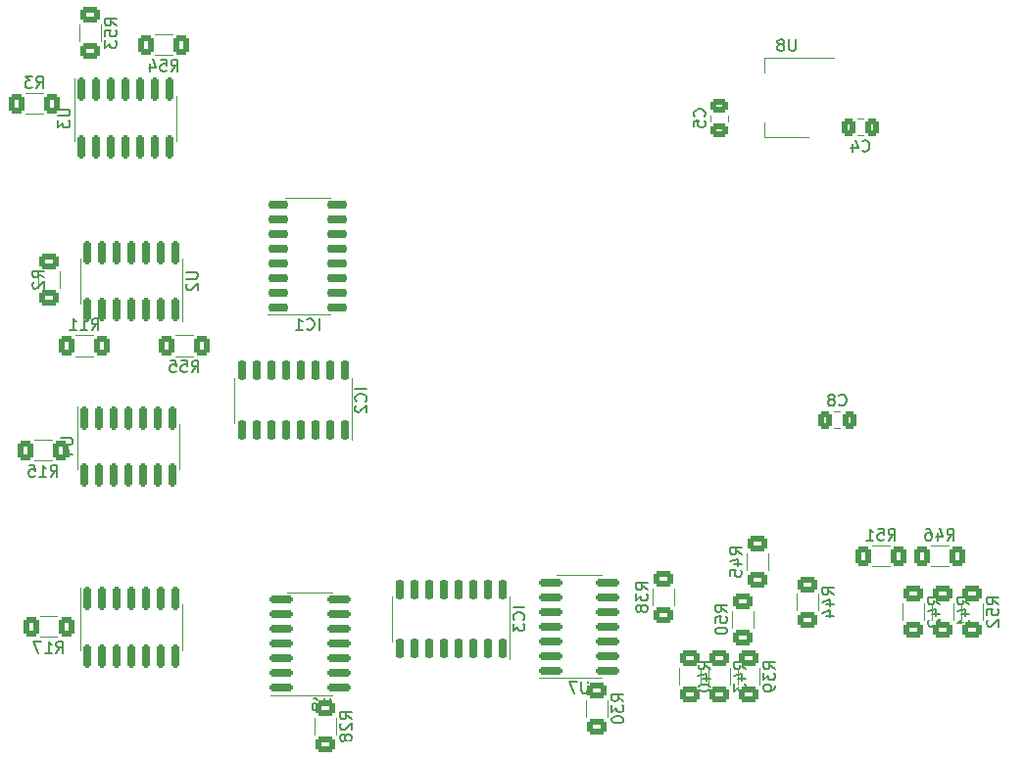
<source format=gbo>
%TF.GenerationSoftware,KiCad,Pcbnew,7.0.1*%
%TF.CreationDate,2023-04-28T23:02:29+02:00*%
%TF.ProjectId,Hexapod_Hardware,48657861-706f-4645-9f48-617264776172,rev?*%
%TF.SameCoordinates,Original*%
%TF.FileFunction,Legend,Bot*%
%TF.FilePolarity,Positive*%
%FSLAX46Y46*%
G04 Gerber Fmt 4.6, Leading zero omitted, Abs format (unit mm)*
G04 Created by KiCad (PCBNEW 7.0.1) date 2023-04-28 23:02:29*
%MOMM*%
%LPD*%
G01*
G04 APERTURE LIST*
G04 Aperture macros list*
%AMRoundRect*
0 Rectangle with rounded corners*
0 $1 Rounding radius*
0 $2 $3 $4 $5 $6 $7 $8 $9 X,Y pos of 4 corners*
0 Add a 4 corners polygon primitive as box body*
4,1,4,$2,$3,$4,$5,$6,$7,$8,$9,$2,$3,0*
0 Add four circle primitives for the rounded corners*
1,1,$1+$1,$2,$3*
1,1,$1+$1,$4,$5*
1,1,$1+$1,$6,$7*
1,1,$1+$1,$8,$9*
0 Add four rect primitives between the rounded corners*
20,1,$1+$1,$2,$3,$4,$5,0*
20,1,$1+$1,$4,$5,$6,$7,0*
20,1,$1+$1,$6,$7,$8,$9,0*
20,1,$1+$1,$8,$9,$2,$3,0*%
G04 Aperture macros list end*
%ADD10C,0.150000*%
%ADD11C,0.120000*%
%ADD12R,1.700000X1.700000*%
%ADD13O,1.700000X1.700000*%
%ADD14R,1.980000X3.960000*%
%ADD15O,1.980000X3.960000*%
%ADD16R,1.000000X1.000000*%
%ADD17O,1.000000X1.000000*%
%ADD18O,1.800000X1.800000*%
%ADD19O,1.500000X1.500000*%
%ADD20RoundRect,0.150000X-0.825000X-0.150000X0.825000X-0.150000X0.825000X0.150000X-0.825000X0.150000X0*%
%ADD21R,2.000000X1.500000*%
%ADD22R,2.000000X3.800000*%
%ADD23RoundRect,0.250000X-0.400000X-0.625000X0.400000X-0.625000X0.400000X0.625000X-0.400000X0.625000X0*%
%ADD24RoundRect,0.150000X-0.725000X-0.150000X0.725000X-0.150000X0.725000X0.150000X-0.725000X0.150000X0*%
%ADD25RoundRect,0.250000X-0.625000X0.400000X-0.625000X-0.400000X0.625000X-0.400000X0.625000X0.400000X0*%
%ADD26RoundRect,0.250000X0.625000X-0.400000X0.625000X0.400000X-0.625000X0.400000X-0.625000X-0.400000X0*%
%ADD27RoundRect,0.250000X0.400000X0.625000X-0.400000X0.625000X-0.400000X-0.625000X0.400000X-0.625000X0*%
%ADD28RoundRect,0.150000X-0.150000X0.825000X-0.150000X-0.825000X0.150000X-0.825000X0.150000X0.825000X0*%
%ADD29RoundRect,0.250000X-0.337500X-0.475000X0.337500X-0.475000X0.337500X0.475000X-0.337500X0.475000X0*%
%ADD30RoundRect,0.150000X0.150000X-0.725000X0.150000X0.725000X-0.150000X0.725000X-0.150000X-0.725000X0*%
%ADD31RoundRect,0.250000X-0.475000X0.337500X-0.475000X-0.337500X0.475000X-0.337500X0.475000X0.337500X0*%
%ADD32RoundRect,0.150000X0.150000X-0.825000X0.150000X0.825000X-0.150000X0.825000X-0.150000X-0.825000X0*%
%ADD33RoundRect,0.250000X0.337500X0.475000X-0.337500X0.475000X-0.337500X-0.475000X0.337500X-0.475000X0*%
G04 APERTURE END LIST*
D10*
%TO.C,U7*%
X114364904Y-107358619D02*
X114364904Y-108168142D01*
X114364904Y-108168142D02*
X114317285Y-108263380D01*
X114317285Y-108263380D02*
X114269666Y-108311000D01*
X114269666Y-108311000D02*
X114174428Y-108358619D01*
X114174428Y-108358619D02*
X113983952Y-108358619D01*
X113983952Y-108358619D02*
X113888714Y-108311000D01*
X113888714Y-108311000D02*
X113841095Y-108263380D01*
X113841095Y-108263380D02*
X113793476Y-108168142D01*
X113793476Y-108168142D02*
X113793476Y-107358619D01*
X113412523Y-107358619D02*
X112745857Y-107358619D01*
X112745857Y-107358619D02*
X113174428Y-108358619D01*
%TO.C,U8*%
X132333904Y-51858619D02*
X132333904Y-52668142D01*
X132333904Y-52668142D02*
X132286285Y-52763380D01*
X132286285Y-52763380D02*
X132238666Y-52811000D01*
X132238666Y-52811000D02*
X132143428Y-52858619D01*
X132143428Y-52858619D02*
X131952952Y-52858619D01*
X131952952Y-52858619D02*
X131857714Y-52811000D01*
X131857714Y-52811000D02*
X131810095Y-52763380D01*
X131810095Y-52763380D02*
X131762476Y-52668142D01*
X131762476Y-52668142D02*
X131762476Y-51858619D01*
X131143428Y-52287190D02*
X131238666Y-52239571D01*
X131238666Y-52239571D02*
X131286285Y-52191952D01*
X131286285Y-52191952D02*
X131333904Y-52096714D01*
X131333904Y-52096714D02*
X131333904Y-52049095D01*
X131333904Y-52049095D02*
X131286285Y-51953857D01*
X131286285Y-51953857D02*
X131238666Y-51906238D01*
X131238666Y-51906238D02*
X131143428Y-51858619D01*
X131143428Y-51858619D02*
X130952952Y-51858619D01*
X130952952Y-51858619D02*
X130857714Y-51906238D01*
X130857714Y-51906238D02*
X130810095Y-51953857D01*
X130810095Y-51953857D02*
X130762476Y-52049095D01*
X130762476Y-52049095D02*
X130762476Y-52096714D01*
X130762476Y-52096714D02*
X130810095Y-52191952D01*
X130810095Y-52191952D02*
X130857714Y-52239571D01*
X130857714Y-52239571D02*
X130952952Y-52287190D01*
X130952952Y-52287190D02*
X131143428Y-52287190D01*
X131143428Y-52287190D02*
X131238666Y-52334809D01*
X131238666Y-52334809D02*
X131286285Y-52382428D01*
X131286285Y-52382428D02*
X131333904Y-52477666D01*
X131333904Y-52477666D02*
X131333904Y-52668142D01*
X131333904Y-52668142D02*
X131286285Y-52763380D01*
X131286285Y-52763380D02*
X131238666Y-52811000D01*
X131238666Y-52811000D02*
X131143428Y-52858619D01*
X131143428Y-52858619D02*
X130952952Y-52858619D01*
X130952952Y-52858619D02*
X130857714Y-52811000D01*
X130857714Y-52811000D02*
X130810095Y-52763380D01*
X130810095Y-52763380D02*
X130762476Y-52668142D01*
X130762476Y-52668142D02*
X130762476Y-52477666D01*
X130762476Y-52477666D02*
X130810095Y-52382428D01*
X130810095Y-52382428D02*
X130857714Y-52334809D01*
X130857714Y-52334809D02*
X130952952Y-52287190D01*
%TO.C,R55*%
X80144857Y-80609119D02*
X80478190Y-80132928D01*
X80716285Y-80609119D02*
X80716285Y-79609119D01*
X80716285Y-79609119D02*
X80335333Y-79609119D01*
X80335333Y-79609119D02*
X80240095Y-79656738D01*
X80240095Y-79656738D02*
X80192476Y-79704357D01*
X80192476Y-79704357D02*
X80144857Y-79799595D01*
X80144857Y-79799595D02*
X80144857Y-79942452D01*
X80144857Y-79942452D02*
X80192476Y-80037690D01*
X80192476Y-80037690D02*
X80240095Y-80085309D01*
X80240095Y-80085309D02*
X80335333Y-80132928D01*
X80335333Y-80132928D02*
X80716285Y-80132928D01*
X79240095Y-79609119D02*
X79716285Y-79609119D01*
X79716285Y-79609119D02*
X79763904Y-80085309D01*
X79763904Y-80085309D02*
X79716285Y-80037690D01*
X79716285Y-80037690D02*
X79621047Y-79990071D01*
X79621047Y-79990071D02*
X79382952Y-79990071D01*
X79382952Y-79990071D02*
X79287714Y-80037690D01*
X79287714Y-80037690D02*
X79240095Y-80085309D01*
X79240095Y-80085309D02*
X79192476Y-80180547D01*
X79192476Y-80180547D02*
X79192476Y-80418642D01*
X79192476Y-80418642D02*
X79240095Y-80513880D01*
X79240095Y-80513880D02*
X79287714Y-80561500D01*
X79287714Y-80561500D02*
X79382952Y-80609119D01*
X79382952Y-80609119D02*
X79621047Y-80609119D01*
X79621047Y-80609119D02*
X79716285Y-80561500D01*
X79716285Y-80561500D02*
X79763904Y-80513880D01*
X78287714Y-79609119D02*
X78763904Y-79609119D01*
X78763904Y-79609119D02*
X78811523Y-80085309D01*
X78811523Y-80085309D02*
X78763904Y-80037690D01*
X78763904Y-80037690D02*
X78668666Y-79990071D01*
X78668666Y-79990071D02*
X78430571Y-79990071D01*
X78430571Y-79990071D02*
X78335333Y-80037690D01*
X78335333Y-80037690D02*
X78287714Y-80085309D01*
X78287714Y-80085309D02*
X78240095Y-80180547D01*
X78240095Y-80180547D02*
X78240095Y-80418642D01*
X78240095Y-80418642D02*
X78287714Y-80513880D01*
X78287714Y-80513880D02*
X78335333Y-80561500D01*
X78335333Y-80561500D02*
X78430571Y-80609119D01*
X78430571Y-80609119D02*
X78668666Y-80609119D01*
X78668666Y-80609119D02*
X78763904Y-80561500D01*
X78763904Y-80561500D02*
X78811523Y-80513880D01*
%TO.C,IC1*%
X91146189Y-76974619D02*
X91146189Y-75974619D01*
X90098571Y-76879380D02*
X90146190Y-76927000D01*
X90146190Y-76927000D02*
X90289047Y-76974619D01*
X90289047Y-76974619D02*
X90384285Y-76974619D01*
X90384285Y-76974619D02*
X90527142Y-76927000D01*
X90527142Y-76927000D02*
X90622380Y-76831761D01*
X90622380Y-76831761D02*
X90669999Y-76736523D01*
X90669999Y-76736523D02*
X90717618Y-76546047D01*
X90717618Y-76546047D02*
X90717618Y-76403190D01*
X90717618Y-76403190D02*
X90669999Y-76212714D01*
X90669999Y-76212714D02*
X90622380Y-76117476D01*
X90622380Y-76117476D02*
X90527142Y-76022238D01*
X90527142Y-76022238D02*
X90384285Y-75974619D01*
X90384285Y-75974619D02*
X90289047Y-75974619D01*
X90289047Y-75974619D02*
X90146190Y-76022238D01*
X90146190Y-76022238D02*
X90098571Y-76069857D01*
X89146190Y-76974619D02*
X89717618Y-76974619D01*
X89431904Y-76974619D02*
X89431904Y-75974619D01*
X89431904Y-75974619D02*
X89527142Y-76117476D01*
X89527142Y-76117476D02*
X89622380Y-76212714D01*
X89622380Y-76212714D02*
X89717618Y-76260333D01*
%TO.C,R2*%
X67370619Y-72451333D02*
X66894428Y-72118000D01*
X67370619Y-71879905D02*
X66370619Y-71879905D01*
X66370619Y-71879905D02*
X66370619Y-72260857D01*
X66370619Y-72260857D02*
X66418238Y-72356095D01*
X66418238Y-72356095D02*
X66465857Y-72403714D01*
X66465857Y-72403714D02*
X66561095Y-72451333D01*
X66561095Y-72451333D02*
X66703952Y-72451333D01*
X66703952Y-72451333D02*
X66799190Y-72403714D01*
X66799190Y-72403714D02*
X66846809Y-72356095D01*
X66846809Y-72356095D02*
X66894428Y-72260857D01*
X66894428Y-72260857D02*
X66894428Y-71879905D01*
X66465857Y-72832286D02*
X66418238Y-72879905D01*
X66418238Y-72879905D02*
X66370619Y-72975143D01*
X66370619Y-72975143D02*
X66370619Y-73213238D01*
X66370619Y-73213238D02*
X66418238Y-73308476D01*
X66418238Y-73308476D02*
X66465857Y-73356095D01*
X66465857Y-73356095D02*
X66561095Y-73403714D01*
X66561095Y-73403714D02*
X66656333Y-73403714D01*
X66656333Y-73403714D02*
X66799190Y-73356095D01*
X66799190Y-73356095D02*
X67370619Y-72784667D01*
X67370619Y-72784667D02*
X67370619Y-73403714D01*
%TO.C,R41*%
X147316619Y-100703142D02*
X146840428Y-100369809D01*
X147316619Y-100131714D02*
X146316619Y-100131714D01*
X146316619Y-100131714D02*
X146316619Y-100512666D01*
X146316619Y-100512666D02*
X146364238Y-100607904D01*
X146364238Y-100607904D02*
X146411857Y-100655523D01*
X146411857Y-100655523D02*
X146507095Y-100703142D01*
X146507095Y-100703142D02*
X146649952Y-100703142D01*
X146649952Y-100703142D02*
X146745190Y-100655523D01*
X146745190Y-100655523D02*
X146792809Y-100607904D01*
X146792809Y-100607904D02*
X146840428Y-100512666D01*
X146840428Y-100512666D02*
X146840428Y-100131714D01*
X146649952Y-101560285D02*
X147316619Y-101560285D01*
X146269000Y-101322190D02*
X146983285Y-101084095D01*
X146983285Y-101084095D02*
X146983285Y-101703142D01*
X147316619Y-102607904D02*
X147316619Y-102036476D01*
X147316619Y-102322190D02*
X146316619Y-102322190D01*
X146316619Y-102322190D02*
X146459476Y-102226952D01*
X146459476Y-102226952D02*
X146554714Y-102131714D01*
X146554714Y-102131714D02*
X146602333Y-102036476D01*
%TO.C,R53*%
X73656619Y-50665142D02*
X73180428Y-50331809D01*
X73656619Y-50093714D02*
X72656619Y-50093714D01*
X72656619Y-50093714D02*
X72656619Y-50474666D01*
X72656619Y-50474666D02*
X72704238Y-50569904D01*
X72704238Y-50569904D02*
X72751857Y-50617523D01*
X72751857Y-50617523D02*
X72847095Y-50665142D01*
X72847095Y-50665142D02*
X72989952Y-50665142D01*
X72989952Y-50665142D02*
X73085190Y-50617523D01*
X73085190Y-50617523D02*
X73132809Y-50569904D01*
X73132809Y-50569904D02*
X73180428Y-50474666D01*
X73180428Y-50474666D02*
X73180428Y-50093714D01*
X72656619Y-51569904D02*
X72656619Y-51093714D01*
X72656619Y-51093714D02*
X73132809Y-51046095D01*
X73132809Y-51046095D02*
X73085190Y-51093714D01*
X73085190Y-51093714D02*
X73037571Y-51188952D01*
X73037571Y-51188952D02*
X73037571Y-51427047D01*
X73037571Y-51427047D02*
X73085190Y-51522285D01*
X73085190Y-51522285D02*
X73132809Y-51569904D01*
X73132809Y-51569904D02*
X73228047Y-51617523D01*
X73228047Y-51617523D02*
X73466142Y-51617523D01*
X73466142Y-51617523D02*
X73561380Y-51569904D01*
X73561380Y-51569904D02*
X73609000Y-51522285D01*
X73609000Y-51522285D02*
X73656619Y-51427047D01*
X73656619Y-51427047D02*
X73656619Y-51188952D01*
X73656619Y-51188952D02*
X73609000Y-51093714D01*
X73609000Y-51093714D02*
X73561380Y-51046095D01*
X72656619Y-51950857D02*
X72656619Y-52569904D01*
X72656619Y-52569904D02*
X73037571Y-52236571D01*
X73037571Y-52236571D02*
X73037571Y-52379428D01*
X73037571Y-52379428D02*
X73085190Y-52474666D01*
X73085190Y-52474666D02*
X73132809Y-52522285D01*
X73132809Y-52522285D02*
X73228047Y-52569904D01*
X73228047Y-52569904D02*
X73466142Y-52569904D01*
X73466142Y-52569904D02*
X73561380Y-52522285D01*
X73561380Y-52522285D02*
X73609000Y-52474666D01*
X73609000Y-52474666D02*
X73656619Y-52379428D01*
X73656619Y-52379428D02*
X73656619Y-52093714D01*
X73656619Y-52093714D02*
X73609000Y-51998476D01*
X73609000Y-51998476D02*
X73561380Y-51950857D01*
%TO.C,R30*%
X117442119Y-109052642D02*
X116965928Y-108719309D01*
X117442119Y-108481214D02*
X116442119Y-108481214D01*
X116442119Y-108481214D02*
X116442119Y-108862166D01*
X116442119Y-108862166D02*
X116489738Y-108957404D01*
X116489738Y-108957404D02*
X116537357Y-109005023D01*
X116537357Y-109005023D02*
X116632595Y-109052642D01*
X116632595Y-109052642D02*
X116775452Y-109052642D01*
X116775452Y-109052642D02*
X116870690Y-109005023D01*
X116870690Y-109005023D02*
X116918309Y-108957404D01*
X116918309Y-108957404D02*
X116965928Y-108862166D01*
X116965928Y-108862166D02*
X116965928Y-108481214D01*
X116442119Y-109385976D02*
X116442119Y-110005023D01*
X116442119Y-110005023D02*
X116823071Y-109671690D01*
X116823071Y-109671690D02*
X116823071Y-109814547D01*
X116823071Y-109814547D02*
X116870690Y-109909785D01*
X116870690Y-109909785D02*
X116918309Y-109957404D01*
X116918309Y-109957404D02*
X117013547Y-110005023D01*
X117013547Y-110005023D02*
X117251642Y-110005023D01*
X117251642Y-110005023D02*
X117346880Y-109957404D01*
X117346880Y-109957404D02*
X117394500Y-109909785D01*
X117394500Y-109909785D02*
X117442119Y-109814547D01*
X117442119Y-109814547D02*
X117442119Y-109528833D01*
X117442119Y-109528833D02*
X117394500Y-109433595D01*
X117394500Y-109433595D02*
X117346880Y-109385976D01*
X116442119Y-110624071D02*
X116442119Y-110719309D01*
X116442119Y-110719309D02*
X116489738Y-110814547D01*
X116489738Y-110814547D02*
X116537357Y-110862166D01*
X116537357Y-110862166D02*
X116632595Y-110909785D01*
X116632595Y-110909785D02*
X116823071Y-110957404D01*
X116823071Y-110957404D02*
X117061166Y-110957404D01*
X117061166Y-110957404D02*
X117251642Y-110909785D01*
X117251642Y-110909785D02*
X117346880Y-110862166D01*
X117346880Y-110862166D02*
X117394500Y-110814547D01*
X117394500Y-110814547D02*
X117442119Y-110719309D01*
X117442119Y-110719309D02*
X117442119Y-110624071D01*
X117442119Y-110624071D02*
X117394500Y-110528833D01*
X117394500Y-110528833D02*
X117346880Y-110481214D01*
X117346880Y-110481214D02*
X117251642Y-110433595D01*
X117251642Y-110433595D02*
X117061166Y-110385976D01*
X117061166Y-110385976D02*
X116823071Y-110385976D01*
X116823071Y-110385976D02*
X116632595Y-110433595D01*
X116632595Y-110433595D02*
X116537357Y-110481214D01*
X116537357Y-110481214D02*
X116489738Y-110528833D01*
X116489738Y-110528833D02*
X116442119Y-110624071D01*
%TO.C,R51*%
X140342857Y-95162619D02*
X140676190Y-94686428D01*
X140914285Y-95162619D02*
X140914285Y-94162619D01*
X140914285Y-94162619D02*
X140533333Y-94162619D01*
X140533333Y-94162619D02*
X140438095Y-94210238D01*
X140438095Y-94210238D02*
X140390476Y-94257857D01*
X140390476Y-94257857D02*
X140342857Y-94353095D01*
X140342857Y-94353095D02*
X140342857Y-94495952D01*
X140342857Y-94495952D02*
X140390476Y-94591190D01*
X140390476Y-94591190D02*
X140438095Y-94638809D01*
X140438095Y-94638809D02*
X140533333Y-94686428D01*
X140533333Y-94686428D02*
X140914285Y-94686428D01*
X139438095Y-94162619D02*
X139914285Y-94162619D01*
X139914285Y-94162619D02*
X139961904Y-94638809D01*
X139961904Y-94638809D02*
X139914285Y-94591190D01*
X139914285Y-94591190D02*
X139819047Y-94543571D01*
X139819047Y-94543571D02*
X139580952Y-94543571D01*
X139580952Y-94543571D02*
X139485714Y-94591190D01*
X139485714Y-94591190D02*
X139438095Y-94638809D01*
X139438095Y-94638809D02*
X139390476Y-94734047D01*
X139390476Y-94734047D02*
X139390476Y-94972142D01*
X139390476Y-94972142D02*
X139438095Y-95067380D01*
X139438095Y-95067380D02*
X139485714Y-95115000D01*
X139485714Y-95115000D02*
X139580952Y-95162619D01*
X139580952Y-95162619D02*
X139819047Y-95162619D01*
X139819047Y-95162619D02*
X139914285Y-95115000D01*
X139914285Y-95115000D02*
X139961904Y-95067380D01*
X138438095Y-95162619D02*
X139009523Y-95162619D01*
X138723809Y-95162619D02*
X138723809Y-94162619D01*
X138723809Y-94162619D02*
X138819047Y-94305476D01*
X138819047Y-94305476D02*
X138914285Y-94400714D01*
X138914285Y-94400714D02*
X139009523Y-94448333D01*
%TO.C,R54*%
X78366857Y-54606619D02*
X78700190Y-54130428D01*
X78938285Y-54606619D02*
X78938285Y-53606619D01*
X78938285Y-53606619D02*
X78557333Y-53606619D01*
X78557333Y-53606619D02*
X78462095Y-53654238D01*
X78462095Y-53654238D02*
X78414476Y-53701857D01*
X78414476Y-53701857D02*
X78366857Y-53797095D01*
X78366857Y-53797095D02*
X78366857Y-53939952D01*
X78366857Y-53939952D02*
X78414476Y-54035190D01*
X78414476Y-54035190D02*
X78462095Y-54082809D01*
X78462095Y-54082809D02*
X78557333Y-54130428D01*
X78557333Y-54130428D02*
X78938285Y-54130428D01*
X77462095Y-53606619D02*
X77938285Y-53606619D01*
X77938285Y-53606619D02*
X77985904Y-54082809D01*
X77985904Y-54082809D02*
X77938285Y-54035190D01*
X77938285Y-54035190D02*
X77843047Y-53987571D01*
X77843047Y-53987571D02*
X77604952Y-53987571D01*
X77604952Y-53987571D02*
X77509714Y-54035190D01*
X77509714Y-54035190D02*
X77462095Y-54082809D01*
X77462095Y-54082809D02*
X77414476Y-54178047D01*
X77414476Y-54178047D02*
X77414476Y-54416142D01*
X77414476Y-54416142D02*
X77462095Y-54511380D01*
X77462095Y-54511380D02*
X77509714Y-54559000D01*
X77509714Y-54559000D02*
X77604952Y-54606619D01*
X77604952Y-54606619D02*
X77843047Y-54606619D01*
X77843047Y-54606619D02*
X77938285Y-54559000D01*
X77938285Y-54559000D02*
X77985904Y-54511380D01*
X76557333Y-53939952D02*
X76557333Y-54606619D01*
X76795428Y-53559000D02*
X77033523Y-54273285D01*
X77033523Y-54273285D02*
X76414476Y-54273285D01*
%TO.C,R40*%
X124922619Y-106291142D02*
X124446428Y-105957809D01*
X124922619Y-105719714D02*
X123922619Y-105719714D01*
X123922619Y-105719714D02*
X123922619Y-106100666D01*
X123922619Y-106100666D02*
X123970238Y-106195904D01*
X123970238Y-106195904D02*
X124017857Y-106243523D01*
X124017857Y-106243523D02*
X124113095Y-106291142D01*
X124113095Y-106291142D02*
X124255952Y-106291142D01*
X124255952Y-106291142D02*
X124351190Y-106243523D01*
X124351190Y-106243523D02*
X124398809Y-106195904D01*
X124398809Y-106195904D02*
X124446428Y-106100666D01*
X124446428Y-106100666D02*
X124446428Y-105719714D01*
X124255952Y-107148285D02*
X124922619Y-107148285D01*
X123875000Y-106910190D02*
X124589285Y-106672095D01*
X124589285Y-106672095D02*
X124589285Y-107291142D01*
X123922619Y-107862571D02*
X123922619Y-107957809D01*
X123922619Y-107957809D02*
X123970238Y-108053047D01*
X123970238Y-108053047D02*
X124017857Y-108100666D01*
X124017857Y-108100666D02*
X124113095Y-108148285D01*
X124113095Y-108148285D02*
X124303571Y-108195904D01*
X124303571Y-108195904D02*
X124541666Y-108195904D01*
X124541666Y-108195904D02*
X124732142Y-108148285D01*
X124732142Y-108148285D02*
X124827380Y-108100666D01*
X124827380Y-108100666D02*
X124875000Y-108053047D01*
X124875000Y-108053047D02*
X124922619Y-107957809D01*
X124922619Y-107957809D02*
X124922619Y-107862571D01*
X124922619Y-107862571D02*
X124875000Y-107767333D01*
X124875000Y-107767333D02*
X124827380Y-107719714D01*
X124827380Y-107719714D02*
X124732142Y-107672095D01*
X124732142Y-107672095D02*
X124541666Y-107624476D01*
X124541666Y-107624476D02*
X124303571Y-107624476D01*
X124303571Y-107624476D02*
X124113095Y-107672095D01*
X124113095Y-107672095D02*
X124017857Y-107719714D01*
X124017857Y-107719714D02*
X123970238Y-107767333D01*
X123970238Y-107767333D02*
X123922619Y-107862571D01*
%TO.C,U4*%
X68858619Y-86295095D02*
X69668142Y-86295095D01*
X69668142Y-86295095D02*
X69763380Y-86342714D01*
X69763380Y-86342714D02*
X69811000Y-86390333D01*
X69811000Y-86390333D02*
X69858619Y-86485571D01*
X69858619Y-86485571D02*
X69858619Y-86676047D01*
X69858619Y-86676047D02*
X69811000Y-86771285D01*
X69811000Y-86771285D02*
X69763380Y-86818904D01*
X69763380Y-86818904D02*
X69668142Y-86866523D01*
X69668142Y-86866523D02*
X68858619Y-86866523D01*
X69191952Y-87771285D02*
X69858619Y-87771285D01*
X68811000Y-87533190D02*
X69525285Y-87295095D01*
X69525285Y-87295095D02*
X69525285Y-87914142D01*
%TO.C,C4*%
X138088666Y-61483380D02*
X138136285Y-61531000D01*
X138136285Y-61531000D02*
X138279142Y-61578619D01*
X138279142Y-61578619D02*
X138374380Y-61578619D01*
X138374380Y-61578619D02*
X138517237Y-61531000D01*
X138517237Y-61531000D02*
X138612475Y-61435761D01*
X138612475Y-61435761D02*
X138660094Y-61340523D01*
X138660094Y-61340523D02*
X138707713Y-61150047D01*
X138707713Y-61150047D02*
X138707713Y-61007190D01*
X138707713Y-61007190D02*
X138660094Y-60816714D01*
X138660094Y-60816714D02*
X138612475Y-60721476D01*
X138612475Y-60721476D02*
X138517237Y-60626238D01*
X138517237Y-60626238D02*
X138374380Y-60578619D01*
X138374380Y-60578619D02*
X138279142Y-60578619D01*
X138279142Y-60578619D02*
X138136285Y-60626238D01*
X138136285Y-60626238D02*
X138088666Y-60673857D01*
X137231523Y-60911952D02*
X137231523Y-61578619D01*
X137469618Y-60531000D02*
X137707713Y-61245285D01*
X137707713Y-61245285D02*
X137088666Y-61245285D01*
%TO.C,IC3*%
X108909619Y-100979810D02*
X107909619Y-100979810D01*
X108814380Y-102027428D02*
X108862000Y-101979809D01*
X108862000Y-101979809D02*
X108909619Y-101836952D01*
X108909619Y-101836952D02*
X108909619Y-101741714D01*
X108909619Y-101741714D02*
X108862000Y-101598857D01*
X108862000Y-101598857D02*
X108766761Y-101503619D01*
X108766761Y-101503619D02*
X108671523Y-101456000D01*
X108671523Y-101456000D02*
X108481047Y-101408381D01*
X108481047Y-101408381D02*
X108338190Y-101408381D01*
X108338190Y-101408381D02*
X108147714Y-101456000D01*
X108147714Y-101456000D02*
X108052476Y-101503619D01*
X108052476Y-101503619D02*
X107957238Y-101598857D01*
X107957238Y-101598857D02*
X107909619Y-101741714D01*
X107909619Y-101741714D02*
X107909619Y-101836952D01*
X107909619Y-101836952D02*
X107957238Y-101979809D01*
X107957238Y-101979809D02*
X108004857Y-102027428D01*
X107909619Y-102360762D02*
X107909619Y-102979809D01*
X107909619Y-102979809D02*
X108290571Y-102646476D01*
X108290571Y-102646476D02*
X108290571Y-102789333D01*
X108290571Y-102789333D02*
X108338190Y-102884571D01*
X108338190Y-102884571D02*
X108385809Y-102932190D01*
X108385809Y-102932190D02*
X108481047Y-102979809D01*
X108481047Y-102979809D02*
X108719142Y-102979809D01*
X108719142Y-102979809D02*
X108814380Y-102932190D01*
X108814380Y-102932190D02*
X108862000Y-102884571D01*
X108862000Y-102884571D02*
X108909619Y-102789333D01*
X108909619Y-102789333D02*
X108909619Y-102503619D01*
X108909619Y-102503619D02*
X108862000Y-102408381D01*
X108862000Y-102408381D02*
X108814380Y-102360762D01*
%TO.C,R28*%
X93976619Y-110609142D02*
X93500428Y-110275809D01*
X93976619Y-110037714D02*
X92976619Y-110037714D01*
X92976619Y-110037714D02*
X92976619Y-110418666D01*
X92976619Y-110418666D02*
X93024238Y-110513904D01*
X93024238Y-110513904D02*
X93071857Y-110561523D01*
X93071857Y-110561523D02*
X93167095Y-110609142D01*
X93167095Y-110609142D02*
X93309952Y-110609142D01*
X93309952Y-110609142D02*
X93405190Y-110561523D01*
X93405190Y-110561523D02*
X93452809Y-110513904D01*
X93452809Y-110513904D02*
X93500428Y-110418666D01*
X93500428Y-110418666D02*
X93500428Y-110037714D01*
X93071857Y-110990095D02*
X93024238Y-111037714D01*
X93024238Y-111037714D02*
X92976619Y-111132952D01*
X92976619Y-111132952D02*
X92976619Y-111371047D01*
X92976619Y-111371047D02*
X93024238Y-111466285D01*
X93024238Y-111466285D02*
X93071857Y-111513904D01*
X93071857Y-111513904D02*
X93167095Y-111561523D01*
X93167095Y-111561523D02*
X93262333Y-111561523D01*
X93262333Y-111561523D02*
X93405190Y-111513904D01*
X93405190Y-111513904D02*
X93976619Y-110942476D01*
X93976619Y-110942476D02*
X93976619Y-111561523D01*
X93405190Y-112132952D02*
X93357571Y-112037714D01*
X93357571Y-112037714D02*
X93309952Y-111990095D01*
X93309952Y-111990095D02*
X93214714Y-111942476D01*
X93214714Y-111942476D02*
X93167095Y-111942476D01*
X93167095Y-111942476D02*
X93071857Y-111990095D01*
X93071857Y-111990095D02*
X93024238Y-112037714D01*
X93024238Y-112037714D02*
X92976619Y-112132952D01*
X92976619Y-112132952D02*
X92976619Y-112323428D01*
X92976619Y-112323428D02*
X93024238Y-112418666D01*
X93024238Y-112418666D02*
X93071857Y-112466285D01*
X93071857Y-112466285D02*
X93167095Y-112513904D01*
X93167095Y-112513904D02*
X93214714Y-112513904D01*
X93214714Y-112513904D02*
X93309952Y-112466285D01*
X93309952Y-112466285D02*
X93357571Y-112418666D01*
X93357571Y-112418666D02*
X93405190Y-112323428D01*
X93405190Y-112323428D02*
X93405190Y-112132952D01*
X93405190Y-112132952D02*
X93452809Y-112037714D01*
X93452809Y-112037714D02*
X93500428Y-111990095D01*
X93500428Y-111990095D02*
X93595666Y-111942476D01*
X93595666Y-111942476D02*
X93786142Y-111942476D01*
X93786142Y-111942476D02*
X93881380Y-111990095D01*
X93881380Y-111990095D02*
X93929000Y-112037714D01*
X93929000Y-112037714D02*
X93976619Y-112132952D01*
X93976619Y-112132952D02*
X93976619Y-112323428D01*
X93976619Y-112323428D02*
X93929000Y-112418666D01*
X93929000Y-112418666D02*
X93881380Y-112466285D01*
X93881380Y-112466285D02*
X93786142Y-112513904D01*
X93786142Y-112513904D02*
X93595666Y-112513904D01*
X93595666Y-112513904D02*
X93500428Y-112466285D01*
X93500428Y-112466285D02*
X93452809Y-112418666D01*
X93452809Y-112418666D02*
X93405190Y-112323428D01*
%TO.C,R50*%
X126404619Y-101361771D02*
X125928428Y-101028438D01*
X126404619Y-100790343D02*
X125404619Y-100790343D01*
X125404619Y-100790343D02*
X125404619Y-101171295D01*
X125404619Y-101171295D02*
X125452238Y-101266533D01*
X125452238Y-101266533D02*
X125499857Y-101314152D01*
X125499857Y-101314152D02*
X125595095Y-101361771D01*
X125595095Y-101361771D02*
X125737952Y-101361771D01*
X125737952Y-101361771D02*
X125833190Y-101314152D01*
X125833190Y-101314152D02*
X125880809Y-101266533D01*
X125880809Y-101266533D02*
X125928428Y-101171295D01*
X125928428Y-101171295D02*
X125928428Y-100790343D01*
X125404619Y-102266533D02*
X125404619Y-101790343D01*
X125404619Y-101790343D02*
X125880809Y-101742724D01*
X125880809Y-101742724D02*
X125833190Y-101790343D01*
X125833190Y-101790343D02*
X125785571Y-101885581D01*
X125785571Y-101885581D02*
X125785571Y-102123676D01*
X125785571Y-102123676D02*
X125833190Y-102218914D01*
X125833190Y-102218914D02*
X125880809Y-102266533D01*
X125880809Y-102266533D02*
X125976047Y-102314152D01*
X125976047Y-102314152D02*
X126214142Y-102314152D01*
X126214142Y-102314152D02*
X126309380Y-102266533D01*
X126309380Y-102266533D02*
X126357000Y-102218914D01*
X126357000Y-102218914D02*
X126404619Y-102123676D01*
X126404619Y-102123676D02*
X126404619Y-101885581D01*
X126404619Y-101885581D02*
X126357000Y-101790343D01*
X126357000Y-101790343D02*
X126309380Y-101742724D01*
X125404619Y-102933200D02*
X125404619Y-103028438D01*
X125404619Y-103028438D02*
X125452238Y-103123676D01*
X125452238Y-103123676D02*
X125499857Y-103171295D01*
X125499857Y-103171295D02*
X125595095Y-103218914D01*
X125595095Y-103218914D02*
X125785571Y-103266533D01*
X125785571Y-103266533D02*
X126023666Y-103266533D01*
X126023666Y-103266533D02*
X126214142Y-103218914D01*
X126214142Y-103218914D02*
X126309380Y-103171295D01*
X126309380Y-103171295D02*
X126357000Y-103123676D01*
X126357000Y-103123676D02*
X126404619Y-103028438D01*
X126404619Y-103028438D02*
X126404619Y-102933200D01*
X126404619Y-102933200D02*
X126357000Y-102837962D01*
X126357000Y-102837962D02*
X126309380Y-102790343D01*
X126309380Y-102790343D02*
X126214142Y-102742724D01*
X126214142Y-102742724D02*
X126023666Y-102695105D01*
X126023666Y-102695105D02*
X125785571Y-102695105D01*
X125785571Y-102695105D02*
X125595095Y-102742724D01*
X125595095Y-102742724D02*
X125499857Y-102790343D01*
X125499857Y-102790343D02*
X125452238Y-102837962D01*
X125452238Y-102837962D02*
X125404619Y-102933200D01*
%TO.C,R52*%
X149856619Y-100703142D02*
X149380428Y-100369809D01*
X149856619Y-100131714D02*
X148856619Y-100131714D01*
X148856619Y-100131714D02*
X148856619Y-100512666D01*
X148856619Y-100512666D02*
X148904238Y-100607904D01*
X148904238Y-100607904D02*
X148951857Y-100655523D01*
X148951857Y-100655523D02*
X149047095Y-100703142D01*
X149047095Y-100703142D02*
X149189952Y-100703142D01*
X149189952Y-100703142D02*
X149285190Y-100655523D01*
X149285190Y-100655523D02*
X149332809Y-100607904D01*
X149332809Y-100607904D02*
X149380428Y-100512666D01*
X149380428Y-100512666D02*
X149380428Y-100131714D01*
X148856619Y-101607904D02*
X148856619Y-101131714D01*
X148856619Y-101131714D02*
X149332809Y-101084095D01*
X149332809Y-101084095D02*
X149285190Y-101131714D01*
X149285190Y-101131714D02*
X149237571Y-101226952D01*
X149237571Y-101226952D02*
X149237571Y-101465047D01*
X149237571Y-101465047D02*
X149285190Y-101560285D01*
X149285190Y-101560285D02*
X149332809Y-101607904D01*
X149332809Y-101607904D02*
X149428047Y-101655523D01*
X149428047Y-101655523D02*
X149666142Y-101655523D01*
X149666142Y-101655523D02*
X149761380Y-101607904D01*
X149761380Y-101607904D02*
X149809000Y-101560285D01*
X149809000Y-101560285D02*
X149856619Y-101465047D01*
X149856619Y-101465047D02*
X149856619Y-101226952D01*
X149856619Y-101226952D02*
X149809000Y-101131714D01*
X149809000Y-101131714D02*
X149761380Y-101084095D01*
X148951857Y-102036476D02*
X148904238Y-102084095D01*
X148904238Y-102084095D02*
X148856619Y-102179333D01*
X148856619Y-102179333D02*
X148856619Y-102417428D01*
X148856619Y-102417428D02*
X148904238Y-102512666D01*
X148904238Y-102512666D02*
X148951857Y-102560285D01*
X148951857Y-102560285D02*
X149047095Y-102607904D01*
X149047095Y-102607904D02*
X149142333Y-102607904D01*
X149142333Y-102607904D02*
X149285190Y-102560285D01*
X149285190Y-102560285D02*
X149856619Y-101988857D01*
X149856619Y-101988857D02*
X149856619Y-102607904D01*
%TO.C,R15*%
X67952857Y-89658619D02*
X68286190Y-89182428D01*
X68524285Y-89658619D02*
X68524285Y-88658619D01*
X68524285Y-88658619D02*
X68143333Y-88658619D01*
X68143333Y-88658619D02*
X68048095Y-88706238D01*
X68048095Y-88706238D02*
X68000476Y-88753857D01*
X68000476Y-88753857D02*
X67952857Y-88849095D01*
X67952857Y-88849095D02*
X67952857Y-88991952D01*
X67952857Y-88991952D02*
X68000476Y-89087190D01*
X68000476Y-89087190D02*
X68048095Y-89134809D01*
X68048095Y-89134809D02*
X68143333Y-89182428D01*
X68143333Y-89182428D02*
X68524285Y-89182428D01*
X67000476Y-89658619D02*
X67571904Y-89658619D01*
X67286190Y-89658619D02*
X67286190Y-88658619D01*
X67286190Y-88658619D02*
X67381428Y-88801476D01*
X67381428Y-88801476D02*
X67476666Y-88896714D01*
X67476666Y-88896714D02*
X67571904Y-88944333D01*
X66095714Y-88658619D02*
X66571904Y-88658619D01*
X66571904Y-88658619D02*
X66619523Y-89134809D01*
X66619523Y-89134809D02*
X66571904Y-89087190D01*
X66571904Y-89087190D02*
X66476666Y-89039571D01*
X66476666Y-89039571D02*
X66238571Y-89039571D01*
X66238571Y-89039571D02*
X66143333Y-89087190D01*
X66143333Y-89087190D02*
X66095714Y-89134809D01*
X66095714Y-89134809D02*
X66048095Y-89230047D01*
X66048095Y-89230047D02*
X66048095Y-89468142D01*
X66048095Y-89468142D02*
X66095714Y-89563380D01*
X66095714Y-89563380D02*
X66143333Y-89611000D01*
X66143333Y-89611000D02*
X66238571Y-89658619D01*
X66238571Y-89658619D02*
X66476666Y-89658619D01*
X66476666Y-89658619D02*
X66571904Y-89611000D01*
X66571904Y-89611000D02*
X66619523Y-89563380D01*
%TO.C,R39*%
X130552619Y-106291142D02*
X130076428Y-105957809D01*
X130552619Y-105719714D02*
X129552619Y-105719714D01*
X129552619Y-105719714D02*
X129552619Y-106100666D01*
X129552619Y-106100666D02*
X129600238Y-106195904D01*
X129600238Y-106195904D02*
X129647857Y-106243523D01*
X129647857Y-106243523D02*
X129743095Y-106291142D01*
X129743095Y-106291142D02*
X129885952Y-106291142D01*
X129885952Y-106291142D02*
X129981190Y-106243523D01*
X129981190Y-106243523D02*
X130028809Y-106195904D01*
X130028809Y-106195904D02*
X130076428Y-106100666D01*
X130076428Y-106100666D02*
X130076428Y-105719714D01*
X129552619Y-106624476D02*
X129552619Y-107243523D01*
X129552619Y-107243523D02*
X129933571Y-106910190D01*
X129933571Y-106910190D02*
X129933571Y-107053047D01*
X129933571Y-107053047D02*
X129981190Y-107148285D01*
X129981190Y-107148285D02*
X130028809Y-107195904D01*
X130028809Y-107195904D02*
X130124047Y-107243523D01*
X130124047Y-107243523D02*
X130362142Y-107243523D01*
X130362142Y-107243523D02*
X130457380Y-107195904D01*
X130457380Y-107195904D02*
X130505000Y-107148285D01*
X130505000Y-107148285D02*
X130552619Y-107053047D01*
X130552619Y-107053047D02*
X130552619Y-106767333D01*
X130552619Y-106767333D02*
X130505000Y-106672095D01*
X130505000Y-106672095D02*
X130457380Y-106624476D01*
X130552619Y-107719714D02*
X130552619Y-107910190D01*
X130552619Y-107910190D02*
X130505000Y-108005428D01*
X130505000Y-108005428D02*
X130457380Y-108053047D01*
X130457380Y-108053047D02*
X130314523Y-108148285D01*
X130314523Y-108148285D02*
X130124047Y-108195904D01*
X130124047Y-108195904D02*
X129743095Y-108195904D01*
X129743095Y-108195904D02*
X129647857Y-108148285D01*
X129647857Y-108148285D02*
X129600238Y-108100666D01*
X129600238Y-108100666D02*
X129552619Y-108005428D01*
X129552619Y-108005428D02*
X129552619Y-107814952D01*
X129552619Y-107814952D02*
X129600238Y-107719714D01*
X129600238Y-107719714D02*
X129647857Y-107672095D01*
X129647857Y-107672095D02*
X129743095Y-107624476D01*
X129743095Y-107624476D02*
X129981190Y-107624476D01*
X129981190Y-107624476D02*
X130076428Y-107672095D01*
X130076428Y-107672095D02*
X130124047Y-107719714D01*
X130124047Y-107719714D02*
X130171666Y-107814952D01*
X130171666Y-107814952D02*
X130171666Y-108005428D01*
X130171666Y-108005428D02*
X130124047Y-108100666D01*
X130124047Y-108100666D02*
X130076428Y-108148285D01*
X130076428Y-108148285D02*
X129981190Y-108195904D01*
%TO.C,R45*%
X127674619Y-96385142D02*
X127198428Y-96051809D01*
X127674619Y-95813714D02*
X126674619Y-95813714D01*
X126674619Y-95813714D02*
X126674619Y-96194666D01*
X126674619Y-96194666D02*
X126722238Y-96289904D01*
X126722238Y-96289904D02*
X126769857Y-96337523D01*
X126769857Y-96337523D02*
X126865095Y-96385142D01*
X126865095Y-96385142D02*
X127007952Y-96385142D01*
X127007952Y-96385142D02*
X127103190Y-96337523D01*
X127103190Y-96337523D02*
X127150809Y-96289904D01*
X127150809Y-96289904D02*
X127198428Y-96194666D01*
X127198428Y-96194666D02*
X127198428Y-95813714D01*
X127007952Y-97242285D02*
X127674619Y-97242285D01*
X126627000Y-97004190D02*
X127341285Y-96766095D01*
X127341285Y-96766095D02*
X127341285Y-97385142D01*
X126674619Y-98242285D02*
X126674619Y-97766095D01*
X126674619Y-97766095D02*
X127150809Y-97718476D01*
X127150809Y-97718476D02*
X127103190Y-97766095D01*
X127103190Y-97766095D02*
X127055571Y-97861333D01*
X127055571Y-97861333D02*
X127055571Y-98099428D01*
X127055571Y-98099428D02*
X127103190Y-98194666D01*
X127103190Y-98194666D02*
X127150809Y-98242285D01*
X127150809Y-98242285D02*
X127246047Y-98289904D01*
X127246047Y-98289904D02*
X127484142Y-98289904D01*
X127484142Y-98289904D02*
X127579380Y-98242285D01*
X127579380Y-98242285D02*
X127627000Y-98194666D01*
X127627000Y-98194666D02*
X127674619Y-98099428D01*
X127674619Y-98099428D02*
X127674619Y-97861333D01*
X127674619Y-97861333D02*
X127627000Y-97766095D01*
X127627000Y-97766095D02*
X127579380Y-97718476D01*
%TO.C,C5*%
X124417380Y-58507333D02*
X124465000Y-58459714D01*
X124465000Y-58459714D02*
X124512619Y-58316857D01*
X124512619Y-58316857D02*
X124512619Y-58221619D01*
X124512619Y-58221619D02*
X124465000Y-58078762D01*
X124465000Y-58078762D02*
X124369761Y-57983524D01*
X124369761Y-57983524D02*
X124274523Y-57935905D01*
X124274523Y-57935905D02*
X124084047Y-57888286D01*
X124084047Y-57888286D02*
X123941190Y-57888286D01*
X123941190Y-57888286D02*
X123750714Y-57935905D01*
X123750714Y-57935905D02*
X123655476Y-57983524D01*
X123655476Y-57983524D02*
X123560238Y-58078762D01*
X123560238Y-58078762D02*
X123512619Y-58221619D01*
X123512619Y-58221619D02*
X123512619Y-58316857D01*
X123512619Y-58316857D02*
X123560238Y-58459714D01*
X123560238Y-58459714D02*
X123607857Y-58507333D01*
X123512619Y-59412095D02*
X123512619Y-58935905D01*
X123512619Y-58935905D02*
X123988809Y-58888286D01*
X123988809Y-58888286D02*
X123941190Y-58935905D01*
X123941190Y-58935905D02*
X123893571Y-59031143D01*
X123893571Y-59031143D02*
X123893571Y-59269238D01*
X123893571Y-59269238D02*
X123941190Y-59364476D01*
X123941190Y-59364476D02*
X123988809Y-59412095D01*
X123988809Y-59412095D02*
X124084047Y-59459714D01*
X124084047Y-59459714D02*
X124322142Y-59459714D01*
X124322142Y-59459714D02*
X124417380Y-59412095D01*
X124417380Y-59412095D02*
X124465000Y-59364476D01*
X124465000Y-59364476D02*
X124512619Y-59269238D01*
X124512619Y-59269238D02*
X124512619Y-59031143D01*
X124512619Y-59031143D02*
X124465000Y-58935905D01*
X124465000Y-58935905D02*
X124417380Y-58888286D01*
%TO.C,R11*%
X71508857Y-76969119D02*
X71842190Y-76492928D01*
X72080285Y-76969119D02*
X72080285Y-75969119D01*
X72080285Y-75969119D02*
X71699333Y-75969119D01*
X71699333Y-75969119D02*
X71604095Y-76016738D01*
X71604095Y-76016738D02*
X71556476Y-76064357D01*
X71556476Y-76064357D02*
X71508857Y-76159595D01*
X71508857Y-76159595D02*
X71508857Y-76302452D01*
X71508857Y-76302452D02*
X71556476Y-76397690D01*
X71556476Y-76397690D02*
X71604095Y-76445309D01*
X71604095Y-76445309D02*
X71699333Y-76492928D01*
X71699333Y-76492928D02*
X72080285Y-76492928D01*
X70556476Y-76969119D02*
X71127904Y-76969119D01*
X70842190Y-76969119D02*
X70842190Y-75969119D01*
X70842190Y-75969119D02*
X70937428Y-76111976D01*
X70937428Y-76111976D02*
X71032666Y-76207214D01*
X71032666Y-76207214D02*
X71127904Y-76254833D01*
X69604095Y-76969119D02*
X70175523Y-76969119D01*
X69889809Y-76969119D02*
X69889809Y-75969119D01*
X69889809Y-75969119D02*
X69985047Y-76111976D01*
X69985047Y-76111976D02*
X70080285Y-76207214D01*
X70080285Y-76207214D02*
X70175523Y-76254833D01*
%TO.C,R38*%
X119546619Y-99433142D02*
X119070428Y-99099809D01*
X119546619Y-98861714D02*
X118546619Y-98861714D01*
X118546619Y-98861714D02*
X118546619Y-99242666D01*
X118546619Y-99242666D02*
X118594238Y-99337904D01*
X118594238Y-99337904D02*
X118641857Y-99385523D01*
X118641857Y-99385523D02*
X118737095Y-99433142D01*
X118737095Y-99433142D02*
X118879952Y-99433142D01*
X118879952Y-99433142D02*
X118975190Y-99385523D01*
X118975190Y-99385523D02*
X119022809Y-99337904D01*
X119022809Y-99337904D02*
X119070428Y-99242666D01*
X119070428Y-99242666D02*
X119070428Y-98861714D01*
X118546619Y-99766476D02*
X118546619Y-100385523D01*
X118546619Y-100385523D02*
X118927571Y-100052190D01*
X118927571Y-100052190D02*
X118927571Y-100195047D01*
X118927571Y-100195047D02*
X118975190Y-100290285D01*
X118975190Y-100290285D02*
X119022809Y-100337904D01*
X119022809Y-100337904D02*
X119118047Y-100385523D01*
X119118047Y-100385523D02*
X119356142Y-100385523D01*
X119356142Y-100385523D02*
X119451380Y-100337904D01*
X119451380Y-100337904D02*
X119499000Y-100290285D01*
X119499000Y-100290285D02*
X119546619Y-100195047D01*
X119546619Y-100195047D02*
X119546619Y-99909333D01*
X119546619Y-99909333D02*
X119499000Y-99814095D01*
X119499000Y-99814095D02*
X119451380Y-99766476D01*
X118975190Y-100956952D02*
X118927571Y-100861714D01*
X118927571Y-100861714D02*
X118879952Y-100814095D01*
X118879952Y-100814095D02*
X118784714Y-100766476D01*
X118784714Y-100766476D02*
X118737095Y-100766476D01*
X118737095Y-100766476D02*
X118641857Y-100814095D01*
X118641857Y-100814095D02*
X118594238Y-100861714D01*
X118594238Y-100861714D02*
X118546619Y-100956952D01*
X118546619Y-100956952D02*
X118546619Y-101147428D01*
X118546619Y-101147428D02*
X118594238Y-101242666D01*
X118594238Y-101242666D02*
X118641857Y-101290285D01*
X118641857Y-101290285D02*
X118737095Y-101337904D01*
X118737095Y-101337904D02*
X118784714Y-101337904D01*
X118784714Y-101337904D02*
X118879952Y-101290285D01*
X118879952Y-101290285D02*
X118927571Y-101242666D01*
X118927571Y-101242666D02*
X118975190Y-101147428D01*
X118975190Y-101147428D02*
X118975190Y-100956952D01*
X118975190Y-100956952D02*
X119022809Y-100861714D01*
X119022809Y-100861714D02*
X119070428Y-100814095D01*
X119070428Y-100814095D02*
X119165666Y-100766476D01*
X119165666Y-100766476D02*
X119356142Y-100766476D01*
X119356142Y-100766476D02*
X119451380Y-100814095D01*
X119451380Y-100814095D02*
X119499000Y-100861714D01*
X119499000Y-100861714D02*
X119546619Y-100956952D01*
X119546619Y-100956952D02*
X119546619Y-101147428D01*
X119546619Y-101147428D02*
X119499000Y-101242666D01*
X119499000Y-101242666D02*
X119451380Y-101290285D01*
X119451380Y-101290285D02*
X119356142Y-101337904D01*
X119356142Y-101337904D02*
X119165666Y-101337904D01*
X119165666Y-101337904D02*
X119070428Y-101290285D01*
X119070428Y-101290285D02*
X119022809Y-101242666D01*
X119022809Y-101242666D02*
X118975190Y-101147428D01*
%TO.C,R46*%
X145422857Y-95162619D02*
X145756190Y-94686428D01*
X145994285Y-95162619D02*
X145994285Y-94162619D01*
X145994285Y-94162619D02*
X145613333Y-94162619D01*
X145613333Y-94162619D02*
X145518095Y-94210238D01*
X145518095Y-94210238D02*
X145470476Y-94257857D01*
X145470476Y-94257857D02*
X145422857Y-94353095D01*
X145422857Y-94353095D02*
X145422857Y-94495952D01*
X145422857Y-94495952D02*
X145470476Y-94591190D01*
X145470476Y-94591190D02*
X145518095Y-94638809D01*
X145518095Y-94638809D02*
X145613333Y-94686428D01*
X145613333Y-94686428D02*
X145994285Y-94686428D01*
X144565714Y-94495952D02*
X144565714Y-95162619D01*
X144803809Y-94115000D02*
X145041904Y-94829285D01*
X145041904Y-94829285D02*
X144422857Y-94829285D01*
X143613333Y-94162619D02*
X143803809Y-94162619D01*
X143803809Y-94162619D02*
X143899047Y-94210238D01*
X143899047Y-94210238D02*
X143946666Y-94257857D01*
X143946666Y-94257857D02*
X144041904Y-94400714D01*
X144041904Y-94400714D02*
X144089523Y-94591190D01*
X144089523Y-94591190D02*
X144089523Y-94972142D01*
X144089523Y-94972142D02*
X144041904Y-95067380D01*
X144041904Y-95067380D02*
X143994285Y-95115000D01*
X143994285Y-95115000D02*
X143899047Y-95162619D01*
X143899047Y-95162619D02*
X143708571Y-95162619D01*
X143708571Y-95162619D02*
X143613333Y-95115000D01*
X143613333Y-95115000D02*
X143565714Y-95067380D01*
X143565714Y-95067380D02*
X143518095Y-94972142D01*
X143518095Y-94972142D02*
X143518095Y-94734047D01*
X143518095Y-94734047D02*
X143565714Y-94638809D01*
X143565714Y-94638809D02*
X143613333Y-94591190D01*
X143613333Y-94591190D02*
X143708571Y-94543571D01*
X143708571Y-94543571D02*
X143899047Y-94543571D01*
X143899047Y-94543571D02*
X143994285Y-94591190D01*
X143994285Y-94591190D02*
X144041904Y-94638809D01*
X144041904Y-94638809D02*
X144089523Y-94734047D01*
%TO.C,R43*%
X128012619Y-106291142D02*
X127536428Y-105957809D01*
X128012619Y-105719714D02*
X127012619Y-105719714D01*
X127012619Y-105719714D02*
X127012619Y-106100666D01*
X127012619Y-106100666D02*
X127060238Y-106195904D01*
X127060238Y-106195904D02*
X127107857Y-106243523D01*
X127107857Y-106243523D02*
X127203095Y-106291142D01*
X127203095Y-106291142D02*
X127345952Y-106291142D01*
X127345952Y-106291142D02*
X127441190Y-106243523D01*
X127441190Y-106243523D02*
X127488809Y-106195904D01*
X127488809Y-106195904D02*
X127536428Y-106100666D01*
X127536428Y-106100666D02*
X127536428Y-105719714D01*
X127345952Y-107148285D02*
X128012619Y-107148285D01*
X126965000Y-106910190D02*
X127679285Y-106672095D01*
X127679285Y-106672095D02*
X127679285Y-107291142D01*
X127012619Y-107576857D02*
X127012619Y-108195904D01*
X127012619Y-108195904D02*
X127393571Y-107862571D01*
X127393571Y-107862571D02*
X127393571Y-108005428D01*
X127393571Y-108005428D02*
X127441190Y-108100666D01*
X127441190Y-108100666D02*
X127488809Y-108148285D01*
X127488809Y-108148285D02*
X127584047Y-108195904D01*
X127584047Y-108195904D02*
X127822142Y-108195904D01*
X127822142Y-108195904D02*
X127917380Y-108148285D01*
X127917380Y-108148285D02*
X127965000Y-108100666D01*
X127965000Y-108100666D02*
X128012619Y-108005428D01*
X128012619Y-108005428D02*
X128012619Y-107719714D01*
X128012619Y-107719714D02*
X127965000Y-107624476D01*
X127965000Y-107624476D02*
X127917380Y-107576857D01*
%TO.C,U6*%
X92136904Y-108856619D02*
X92136904Y-109666142D01*
X92136904Y-109666142D02*
X92089285Y-109761380D01*
X92089285Y-109761380D02*
X92041666Y-109809000D01*
X92041666Y-109809000D02*
X91946428Y-109856619D01*
X91946428Y-109856619D02*
X91755952Y-109856619D01*
X91755952Y-109856619D02*
X91660714Y-109809000D01*
X91660714Y-109809000D02*
X91613095Y-109761380D01*
X91613095Y-109761380D02*
X91565476Y-109666142D01*
X91565476Y-109666142D02*
X91565476Y-108856619D01*
X90660714Y-108856619D02*
X90851190Y-108856619D01*
X90851190Y-108856619D02*
X90946428Y-108904238D01*
X90946428Y-108904238D02*
X90994047Y-108951857D01*
X90994047Y-108951857D02*
X91089285Y-109094714D01*
X91089285Y-109094714D02*
X91136904Y-109285190D01*
X91136904Y-109285190D02*
X91136904Y-109666142D01*
X91136904Y-109666142D02*
X91089285Y-109761380D01*
X91089285Y-109761380D02*
X91041666Y-109809000D01*
X91041666Y-109809000D02*
X90946428Y-109856619D01*
X90946428Y-109856619D02*
X90755952Y-109856619D01*
X90755952Y-109856619D02*
X90660714Y-109809000D01*
X90660714Y-109809000D02*
X90613095Y-109761380D01*
X90613095Y-109761380D02*
X90565476Y-109666142D01*
X90565476Y-109666142D02*
X90565476Y-109428047D01*
X90565476Y-109428047D02*
X90613095Y-109332809D01*
X90613095Y-109332809D02*
X90660714Y-109285190D01*
X90660714Y-109285190D02*
X90755952Y-109237571D01*
X90755952Y-109237571D02*
X90946428Y-109237571D01*
X90946428Y-109237571D02*
X91041666Y-109285190D01*
X91041666Y-109285190D02*
X91089285Y-109332809D01*
X91089285Y-109332809D02*
X91136904Y-109428047D01*
%TO.C,R3*%
X66714666Y-56046619D02*
X67047999Y-55570428D01*
X67286094Y-56046619D02*
X67286094Y-55046619D01*
X67286094Y-55046619D02*
X66905142Y-55046619D01*
X66905142Y-55046619D02*
X66809904Y-55094238D01*
X66809904Y-55094238D02*
X66762285Y-55141857D01*
X66762285Y-55141857D02*
X66714666Y-55237095D01*
X66714666Y-55237095D02*
X66714666Y-55379952D01*
X66714666Y-55379952D02*
X66762285Y-55475190D01*
X66762285Y-55475190D02*
X66809904Y-55522809D01*
X66809904Y-55522809D02*
X66905142Y-55570428D01*
X66905142Y-55570428D02*
X67286094Y-55570428D01*
X66381332Y-55046619D02*
X65762285Y-55046619D01*
X65762285Y-55046619D02*
X66095618Y-55427571D01*
X66095618Y-55427571D02*
X65952761Y-55427571D01*
X65952761Y-55427571D02*
X65857523Y-55475190D01*
X65857523Y-55475190D02*
X65809904Y-55522809D01*
X65809904Y-55522809D02*
X65762285Y-55618047D01*
X65762285Y-55618047D02*
X65762285Y-55856142D01*
X65762285Y-55856142D02*
X65809904Y-55951380D01*
X65809904Y-55951380D02*
X65857523Y-55999000D01*
X65857523Y-55999000D02*
X65952761Y-56046619D01*
X65952761Y-56046619D02*
X66238475Y-56046619D01*
X66238475Y-56046619D02*
X66333713Y-55999000D01*
X66333713Y-55999000D02*
X66381332Y-55951380D01*
%TO.C,R42*%
X144776619Y-100703142D02*
X144300428Y-100369809D01*
X144776619Y-100131714D02*
X143776619Y-100131714D01*
X143776619Y-100131714D02*
X143776619Y-100512666D01*
X143776619Y-100512666D02*
X143824238Y-100607904D01*
X143824238Y-100607904D02*
X143871857Y-100655523D01*
X143871857Y-100655523D02*
X143967095Y-100703142D01*
X143967095Y-100703142D02*
X144109952Y-100703142D01*
X144109952Y-100703142D02*
X144205190Y-100655523D01*
X144205190Y-100655523D02*
X144252809Y-100607904D01*
X144252809Y-100607904D02*
X144300428Y-100512666D01*
X144300428Y-100512666D02*
X144300428Y-100131714D01*
X144109952Y-101560285D02*
X144776619Y-101560285D01*
X143729000Y-101322190D02*
X144443285Y-101084095D01*
X144443285Y-101084095D02*
X144443285Y-101703142D01*
X143871857Y-102036476D02*
X143824238Y-102084095D01*
X143824238Y-102084095D02*
X143776619Y-102179333D01*
X143776619Y-102179333D02*
X143776619Y-102417428D01*
X143776619Y-102417428D02*
X143824238Y-102512666D01*
X143824238Y-102512666D02*
X143871857Y-102560285D01*
X143871857Y-102560285D02*
X143967095Y-102607904D01*
X143967095Y-102607904D02*
X144062333Y-102607904D01*
X144062333Y-102607904D02*
X144205190Y-102560285D01*
X144205190Y-102560285D02*
X144776619Y-101988857D01*
X144776619Y-101988857D02*
X144776619Y-102607904D01*
%TO.C,R44*%
X135632619Y-99863771D02*
X135156428Y-99530438D01*
X135632619Y-99292343D02*
X134632619Y-99292343D01*
X134632619Y-99292343D02*
X134632619Y-99673295D01*
X134632619Y-99673295D02*
X134680238Y-99768533D01*
X134680238Y-99768533D02*
X134727857Y-99816152D01*
X134727857Y-99816152D02*
X134823095Y-99863771D01*
X134823095Y-99863771D02*
X134965952Y-99863771D01*
X134965952Y-99863771D02*
X135061190Y-99816152D01*
X135061190Y-99816152D02*
X135108809Y-99768533D01*
X135108809Y-99768533D02*
X135156428Y-99673295D01*
X135156428Y-99673295D02*
X135156428Y-99292343D01*
X134965952Y-100720914D02*
X135632619Y-100720914D01*
X134585000Y-100482819D02*
X135299285Y-100244724D01*
X135299285Y-100244724D02*
X135299285Y-100863771D01*
X134965952Y-101673295D02*
X135632619Y-101673295D01*
X134585000Y-101435200D02*
X135299285Y-101197105D01*
X135299285Y-101197105D02*
X135299285Y-101816152D01*
%TO.C,IC2*%
X95262619Y-82081810D02*
X94262619Y-82081810D01*
X95167380Y-83129428D02*
X95215000Y-83081809D01*
X95215000Y-83081809D02*
X95262619Y-82938952D01*
X95262619Y-82938952D02*
X95262619Y-82843714D01*
X95262619Y-82843714D02*
X95215000Y-82700857D01*
X95215000Y-82700857D02*
X95119761Y-82605619D01*
X95119761Y-82605619D02*
X95024523Y-82558000D01*
X95024523Y-82558000D02*
X94834047Y-82510381D01*
X94834047Y-82510381D02*
X94691190Y-82510381D01*
X94691190Y-82510381D02*
X94500714Y-82558000D01*
X94500714Y-82558000D02*
X94405476Y-82605619D01*
X94405476Y-82605619D02*
X94310238Y-82700857D01*
X94310238Y-82700857D02*
X94262619Y-82843714D01*
X94262619Y-82843714D02*
X94262619Y-82938952D01*
X94262619Y-82938952D02*
X94310238Y-83081809D01*
X94310238Y-83081809D02*
X94357857Y-83129428D01*
X94357857Y-83510381D02*
X94310238Y-83558000D01*
X94310238Y-83558000D02*
X94262619Y-83653238D01*
X94262619Y-83653238D02*
X94262619Y-83891333D01*
X94262619Y-83891333D02*
X94310238Y-83986571D01*
X94310238Y-83986571D02*
X94357857Y-84034190D01*
X94357857Y-84034190D02*
X94453095Y-84081809D01*
X94453095Y-84081809D02*
X94548333Y-84081809D01*
X94548333Y-84081809D02*
X94691190Y-84034190D01*
X94691190Y-84034190D02*
X95262619Y-83462762D01*
X95262619Y-83462762D02*
X95262619Y-84081809D01*
%TO.C,R17*%
X68442357Y-104898619D02*
X68775690Y-104422428D01*
X69013785Y-104898619D02*
X69013785Y-103898619D01*
X69013785Y-103898619D02*
X68632833Y-103898619D01*
X68632833Y-103898619D02*
X68537595Y-103946238D01*
X68537595Y-103946238D02*
X68489976Y-103993857D01*
X68489976Y-103993857D02*
X68442357Y-104089095D01*
X68442357Y-104089095D02*
X68442357Y-104231952D01*
X68442357Y-104231952D02*
X68489976Y-104327190D01*
X68489976Y-104327190D02*
X68537595Y-104374809D01*
X68537595Y-104374809D02*
X68632833Y-104422428D01*
X68632833Y-104422428D02*
X69013785Y-104422428D01*
X67489976Y-104898619D02*
X68061404Y-104898619D01*
X67775690Y-104898619D02*
X67775690Y-103898619D01*
X67775690Y-103898619D02*
X67870928Y-104041476D01*
X67870928Y-104041476D02*
X67966166Y-104136714D01*
X67966166Y-104136714D02*
X68061404Y-104184333D01*
X67156642Y-103898619D02*
X66489976Y-103898619D01*
X66489976Y-103898619D02*
X66918547Y-104898619D01*
%TO.C,U3*%
X68604619Y-57912095D02*
X69414142Y-57912095D01*
X69414142Y-57912095D02*
X69509380Y-57959714D01*
X69509380Y-57959714D02*
X69557000Y-58007333D01*
X69557000Y-58007333D02*
X69604619Y-58102571D01*
X69604619Y-58102571D02*
X69604619Y-58293047D01*
X69604619Y-58293047D02*
X69557000Y-58388285D01*
X69557000Y-58388285D02*
X69509380Y-58435904D01*
X69509380Y-58435904D02*
X69414142Y-58483523D01*
X69414142Y-58483523D02*
X68604619Y-58483523D01*
X68604619Y-58864476D02*
X68604619Y-59483523D01*
X68604619Y-59483523D02*
X68985571Y-59150190D01*
X68985571Y-59150190D02*
X68985571Y-59293047D01*
X68985571Y-59293047D02*
X69033190Y-59388285D01*
X69033190Y-59388285D02*
X69080809Y-59435904D01*
X69080809Y-59435904D02*
X69176047Y-59483523D01*
X69176047Y-59483523D02*
X69414142Y-59483523D01*
X69414142Y-59483523D02*
X69509380Y-59435904D01*
X69509380Y-59435904D02*
X69557000Y-59388285D01*
X69557000Y-59388285D02*
X69604619Y-59293047D01*
X69604619Y-59293047D02*
X69604619Y-59007333D01*
X69604619Y-59007333D02*
X69557000Y-58912095D01*
X69557000Y-58912095D02*
X69509380Y-58864476D01*
%TO.C,U2*%
X79672619Y-71976595D02*
X80482142Y-71976595D01*
X80482142Y-71976595D02*
X80577380Y-72024214D01*
X80577380Y-72024214D02*
X80625000Y-72071833D01*
X80625000Y-72071833D02*
X80672619Y-72167071D01*
X80672619Y-72167071D02*
X80672619Y-72357547D01*
X80672619Y-72357547D02*
X80625000Y-72452785D01*
X80625000Y-72452785D02*
X80577380Y-72500404D01*
X80577380Y-72500404D02*
X80482142Y-72548023D01*
X80482142Y-72548023D02*
X79672619Y-72548023D01*
X79767857Y-72976595D02*
X79720238Y-73024214D01*
X79720238Y-73024214D02*
X79672619Y-73119452D01*
X79672619Y-73119452D02*
X79672619Y-73357547D01*
X79672619Y-73357547D02*
X79720238Y-73452785D01*
X79720238Y-73452785D02*
X79767857Y-73500404D01*
X79767857Y-73500404D02*
X79863095Y-73548023D01*
X79863095Y-73548023D02*
X79958333Y-73548023D01*
X79958333Y-73548023D02*
X80101190Y-73500404D01*
X80101190Y-73500404D02*
X80672619Y-72928976D01*
X80672619Y-72928976D02*
X80672619Y-73548023D01*
%TO.C,C8*%
X136078166Y-83446009D02*
X136125785Y-83493629D01*
X136125785Y-83493629D02*
X136268642Y-83541248D01*
X136268642Y-83541248D02*
X136363880Y-83541248D01*
X136363880Y-83541248D02*
X136506737Y-83493629D01*
X136506737Y-83493629D02*
X136601975Y-83398390D01*
X136601975Y-83398390D02*
X136649594Y-83303152D01*
X136649594Y-83303152D02*
X136697213Y-83112676D01*
X136697213Y-83112676D02*
X136697213Y-82969819D01*
X136697213Y-82969819D02*
X136649594Y-82779343D01*
X136649594Y-82779343D02*
X136601975Y-82684105D01*
X136601975Y-82684105D02*
X136506737Y-82588867D01*
X136506737Y-82588867D02*
X136363880Y-82541248D01*
X136363880Y-82541248D02*
X136268642Y-82541248D01*
X136268642Y-82541248D02*
X136125785Y-82588867D01*
X136125785Y-82588867D02*
X136078166Y-82636486D01*
X135506737Y-82969819D02*
X135601975Y-82922200D01*
X135601975Y-82922200D02*
X135649594Y-82874581D01*
X135649594Y-82874581D02*
X135697213Y-82779343D01*
X135697213Y-82779343D02*
X135697213Y-82731724D01*
X135697213Y-82731724D02*
X135649594Y-82636486D01*
X135649594Y-82636486D02*
X135601975Y-82588867D01*
X135601975Y-82588867D02*
X135506737Y-82541248D01*
X135506737Y-82541248D02*
X135316261Y-82541248D01*
X135316261Y-82541248D02*
X135221023Y-82588867D01*
X135221023Y-82588867D02*
X135173404Y-82636486D01*
X135173404Y-82636486D02*
X135125785Y-82731724D01*
X135125785Y-82731724D02*
X135125785Y-82779343D01*
X135125785Y-82779343D02*
X135173404Y-82874581D01*
X135173404Y-82874581D02*
X135221023Y-82922200D01*
X135221023Y-82922200D02*
X135316261Y-82969819D01*
X135316261Y-82969819D02*
X135506737Y-82969819D01*
X135506737Y-82969819D02*
X135601975Y-83017438D01*
X135601975Y-83017438D02*
X135649594Y-83065057D01*
X135649594Y-83065057D02*
X135697213Y-83160295D01*
X135697213Y-83160295D02*
X135697213Y-83350771D01*
X135697213Y-83350771D02*
X135649594Y-83446009D01*
X135649594Y-83446009D02*
X135601975Y-83493629D01*
X135601975Y-83493629D02*
X135506737Y-83541248D01*
X135506737Y-83541248D02*
X135316261Y-83541248D01*
X135316261Y-83541248D02*
X135221023Y-83493629D01*
X135221023Y-83493629D02*
X135173404Y-83446009D01*
X135173404Y-83446009D02*
X135125785Y-83350771D01*
X135125785Y-83350771D02*
X135125785Y-83160295D01*
X135125785Y-83160295D02*
X135173404Y-83065057D01*
X135173404Y-83065057D02*
X135221023Y-83017438D01*
X135221023Y-83017438D02*
X135316261Y-82969819D01*
D11*
%TO.C,U7*%
X113603000Y-98181000D02*
X111653000Y-98181000D01*
X113603000Y-98181000D02*
X115553000Y-98181000D01*
X113603000Y-107051000D02*
X110153000Y-107051000D01*
X113603000Y-107051000D02*
X115553000Y-107051000D01*
%TO.C,U8*%
X135672000Y-53486000D02*
X129662000Y-53486000D01*
X133422000Y-60306000D02*
X129662000Y-60306000D01*
X129662000Y-60306000D02*
X129662000Y-59046000D01*
X129662000Y-53486000D02*
X129662000Y-54746000D01*
%TO.C,R55*%
X78774936Y-77416500D02*
X80229064Y-77416500D01*
X78774936Y-79236500D02*
X80229064Y-79236500D01*
%TO.C,IC1*%
X90170000Y-65552000D02*
X88220000Y-65552000D01*
X90170000Y-65552000D02*
X92120000Y-65552000D01*
X90170000Y-75672000D02*
X86720000Y-75672000D01*
X90170000Y-75672000D02*
X92120000Y-75672000D01*
%TO.C,R2*%
X68728000Y-71890936D02*
X68728000Y-73345064D01*
X66908000Y-71890936D02*
X66908000Y-73345064D01*
%TO.C,R41*%
X144124000Y-102073064D02*
X144124000Y-100618936D01*
X145944000Y-102073064D02*
X145944000Y-100618936D01*
%TO.C,R53*%
X70464000Y-52035064D02*
X70464000Y-50580936D01*
X72284000Y-52035064D02*
X72284000Y-50580936D01*
%TO.C,R30*%
X114249500Y-110422564D02*
X114249500Y-108968436D01*
X116069500Y-110422564D02*
X116069500Y-108968436D01*
%TO.C,R51*%
X140427064Y-97430000D02*
X138972936Y-97430000D01*
X140427064Y-95610000D02*
X138972936Y-95610000D01*
%TO.C,R54*%
X76996936Y-51414000D02*
X78451064Y-51414000D01*
X76996936Y-53234000D02*
X78451064Y-53234000D01*
%TO.C,R40*%
X122280000Y-107661064D02*
X122280000Y-106206936D01*
X124100000Y-107661064D02*
X124100000Y-106206936D01*
%TO.C,U4*%
X79111000Y-87057000D02*
X79111000Y-85107000D01*
X79111000Y-87057000D02*
X79111000Y-89007000D01*
X70241000Y-87057000D02*
X70241000Y-83607000D01*
X70241000Y-87057000D02*
X70241000Y-89007000D01*
%TO.C,C4*%
X137660748Y-58701000D02*
X138183252Y-58701000D01*
X137660748Y-60171000D02*
X138183252Y-60171000D01*
%TO.C,IC3*%
X97487000Y-101956000D02*
X97487000Y-103906000D01*
X97487000Y-101956000D02*
X97487000Y-100006000D01*
X107607000Y-101956000D02*
X107607000Y-105406000D01*
X107607000Y-101956000D02*
X107607000Y-100006000D01*
%TO.C,R28*%
X90784000Y-111979064D02*
X90784000Y-110524936D01*
X92604000Y-111979064D02*
X92604000Y-110524936D01*
%TO.C,R50*%
X128672000Y-101277565D02*
X128672000Y-102731693D01*
X126852000Y-101277565D02*
X126852000Y-102731693D01*
%TO.C,R52*%
X146664000Y-102073064D02*
X146664000Y-100618936D01*
X148484000Y-102073064D02*
X148484000Y-100618936D01*
%TO.C,R15*%
X66582936Y-86466000D02*
X68037064Y-86466000D01*
X66582936Y-88286000D02*
X68037064Y-88286000D01*
%TO.C,R39*%
X127360000Y-107661064D02*
X127360000Y-106206936D01*
X129180000Y-107661064D02*
X129180000Y-106206936D01*
%TO.C,R45*%
X129942000Y-96300936D02*
X129942000Y-97755064D01*
X128122000Y-96300936D02*
X128122000Y-97755064D01*
%TO.C,C5*%
X126465000Y-58412748D02*
X126465000Y-58935252D01*
X124995000Y-58412748D02*
X124995000Y-58935252D01*
%TO.C,R11*%
X71593064Y-79236500D02*
X70138936Y-79236500D01*
X71593064Y-77416500D02*
X70138936Y-77416500D01*
%TO.C,R38*%
X121814000Y-99348936D02*
X121814000Y-100803064D01*
X119994000Y-99348936D02*
X119994000Y-100803064D01*
%TO.C,R46*%
X145507064Y-97430000D02*
X144052936Y-97430000D01*
X145507064Y-95610000D02*
X144052936Y-95610000D01*
%TO.C,R43*%
X124820000Y-107661064D02*
X124820000Y-106206936D01*
X126640000Y-107661064D02*
X126640000Y-106206936D01*
%TO.C,U6*%
X90359000Y-99679000D02*
X88409000Y-99679000D01*
X90359000Y-99679000D02*
X92309000Y-99679000D01*
X90359000Y-108549000D02*
X86909000Y-108549000D01*
X90359000Y-108549000D02*
X92309000Y-108549000D01*
%TO.C,U5*%
X79365000Y-102681000D02*
X79365000Y-100731000D01*
X79365000Y-102681000D02*
X79365000Y-104631000D01*
X70495000Y-102681000D02*
X70495000Y-99231000D01*
X70495000Y-102681000D02*
X70495000Y-104631000D01*
%TO.C,R3*%
X67275064Y-58314000D02*
X65820936Y-58314000D01*
X67275064Y-56494000D02*
X65820936Y-56494000D01*
%TO.C,R42*%
X141584000Y-102073064D02*
X141584000Y-100618936D01*
X143404000Y-102073064D02*
X143404000Y-100618936D01*
%TO.C,R44*%
X132440000Y-101233693D02*
X132440000Y-99779565D01*
X134260000Y-101233693D02*
X134260000Y-99779565D01*
%TO.C,IC2*%
X83840000Y-83058000D02*
X83840000Y-85008000D01*
X83840000Y-83058000D02*
X83840000Y-81108000D01*
X93960000Y-83058000D02*
X93960000Y-86508000D01*
X93960000Y-83058000D02*
X93960000Y-81108000D01*
%TO.C,R17*%
X67072436Y-101706000D02*
X68526564Y-101706000D01*
X67072436Y-103526000D02*
X68526564Y-103526000D01*
%TO.C,U3*%
X78857000Y-58674000D02*
X78857000Y-56724000D01*
X78857000Y-58674000D02*
X78857000Y-60624000D01*
X69987000Y-58674000D02*
X69987000Y-55224000D01*
X69987000Y-58674000D02*
X69987000Y-60624000D01*
%TO.C,U2*%
X70495000Y-72738500D02*
X70495000Y-74688500D01*
X70495000Y-72738500D02*
X70495000Y-70788500D01*
X79365000Y-72738500D02*
X79365000Y-76188500D01*
X79365000Y-72738500D02*
X79365000Y-70788500D01*
%TO.C,C8*%
X136172752Y-85493629D02*
X135650248Y-85493629D01*
X136172752Y-84023629D02*
X135650248Y-84023629D01*
%TD*%
%LPC*%
D12*
%TO.C,J20*%
X132588000Y-81466629D03*
D13*
X132588000Y-84006629D03*
X132588000Y-86546629D03*
X132588000Y-89086629D03*
%TD*%
D14*
%TO.C,J18*%
X133321000Y-49530000D03*
D15*
X128321000Y-49530000D03*
%TD*%
D16*
%TO.C,J9*%
X63500000Y-99060000D03*
D17*
X62230000Y-99060000D03*
X60960000Y-99060000D03*
%TD*%
D12*
%TO.C,J2*%
X86614000Y-45212000D03*
D13*
X89154000Y-45212000D03*
X91694000Y-45212000D03*
X94234000Y-45212000D03*
%TD*%
D16*
%TO.C,J11*%
X86873000Y-110490000D03*
D17*
X85603000Y-110490000D03*
X84333000Y-110490000D03*
%TD*%
D12*
%TO.C,J23*%
X144018000Y-76949629D03*
D13*
X141478000Y-76949629D03*
X138938000Y-76949629D03*
%TD*%
D16*
%TO.C,J12*%
X93980000Y-113030000D03*
D17*
X95250000Y-113030000D03*
X96520000Y-113030000D03*
%TD*%
D16*
%TO.C,J14*%
X118461500Y-108933500D03*
D17*
X119731500Y-108933500D03*
X121001500Y-108933500D03*
%TD*%
D16*
%TO.C,J10*%
X63500000Y-102362000D03*
D17*
X62230000Y-102362000D03*
X60960000Y-102362000D03*
%TD*%
D16*
%TO.C,J4*%
X62738000Y-60198000D03*
D17*
X61468000Y-60198000D03*
X60198000Y-60198000D03*
%TD*%
D16*
%TO.C,J6*%
X62489000Y-77470000D03*
D17*
X61219000Y-77470000D03*
X59949000Y-77470000D03*
%TD*%
D16*
%TO.C,J3*%
X62738000Y-56388000D03*
D17*
X61468000Y-56388000D03*
X60198000Y-56388000D03*
%TD*%
D16*
%TO.C,J5*%
X62484000Y-73914000D03*
D17*
X61214000Y-73914000D03*
X59944000Y-73914000D03*
%TD*%
D12*
%TO.C,J22*%
X131572000Y-106094629D03*
D13*
X134112000Y-106094629D03*
X136652000Y-106094629D03*
X139192000Y-106094629D03*
X141732000Y-106094629D03*
X144272000Y-106094629D03*
X146812000Y-106094629D03*
%TD*%
D12*
%TO.C,J21*%
X147066000Y-80958629D03*
D13*
X147066000Y-83498629D03*
X147066000Y-86038629D03*
X147066000Y-88578629D03*
%TD*%
D14*
%TO.C,J19*%
X144751000Y-49784000D03*
D15*
X139751000Y-49784000D03*
%TD*%
D16*
%TO.C,J13*%
X112268000Y-110236000D03*
D17*
X110998000Y-110236000D03*
X109728000Y-110236000D03*
%TD*%
D16*
%TO.C,J8*%
X62484000Y-89916000D03*
D17*
X61214000Y-89916000D03*
X59944000Y-89916000D03*
%TD*%
D18*
%TO.C,U1*%
X108019000Y-45342000D03*
D19*
X108319000Y-48372000D03*
X113169000Y-48372000D03*
D18*
X113469000Y-45342000D03*
D13*
X101854000Y-45212000D03*
X101854000Y-47752000D03*
D12*
X101854000Y-50292000D03*
D13*
X101854000Y-52832000D03*
X101854000Y-55372000D03*
X101854000Y-57912000D03*
X101854000Y-60452000D03*
D12*
X101854000Y-62992000D03*
D13*
X101854000Y-65532000D03*
X101854000Y-68072000D03*
X101854000Y-70612000D03*
X101854000Y-73152000D03*
D12*
X101854000Y-75692000D03*
D13*
X101854000Y-78232000D03*
X101854000Y-80772000D03*
X101854000Y-83312000D03*
X101854000Y-85852000D03*
D12*
X101854000Y-88392000D03*
D13*
X101854000Y-90932000D03*
X101854000Y-93472000D03*
X119634000Y-93472000D03*
X119634000Y-90932000D03*
D12*
X119634000Y-88392000D03*
D13*
X119634000Y-85852000D03*
X119634000Y-83312000D03*
X119634000Y-80772000D03*
X119634000Y-78232000D03*
D12*
X119634000Y-75692000D03*
D13*
X119634000Y-73152000D03*
X119634000Y-70612000D03*
X119634000Y-68072000D03*
X119634000Y-65532000D03*
D12*
X119634000Y-62992000D03*
D13*
X119634000Y-60452000D03*
X119634000Y-57912000D03*
X119634000Y-55372000D03*
X119634000Y-52832000D03*
D12*
X119634000Y-50292000D03*
D13*
X119634000Y-47752000D03*
X119634000Y-45212000D03*
X108204000Y-93242000D03*
D12*
X110744000Y-93242000D03*
D13*
X113284000Y-93242000D03*
%TD*%
D16*
%TO.C,J7*%
X62484000Y-86614000D03*
D17*
X61214000Y-86614000D03*
X59944000Y-86614000D03*
%TD*%
D12*
%TO.C,J1*%
X127000000Y-65532000D03*
D13*
X127000000Y-68072000D03*
X127000000Y-70612000D03*
X127000000Y-73152000D03*
X127000000Y-75692000D03*
%TD*%
D20*
%TO.C,U7*%
X111128000Y-106426000D03*
X111128000Y-105156000D03*
X111128000Y-103886000D03*
X111128000Y-102616000D03*
X111128000Y-101346000D03*
X111128000Y-100076000D03*
X111128000Y-98806000D03*
X116078000Y-98806000D03*
X116078000Y-100076000D03*
X116078000Y-101346000D03*
X116078000Y-102616000D03*
X116078000Y-103886000D03*
X116078000Y-105156000D03*
X116078000Y-106426000D03*
%TD*%
D21*
%TO.C,U8*%
X134722000Y-54596000D03*
X134722000Y-56896000D03*
D22*
X128422000Y-56896000D03*
D21*
X134722000Y-59196000D03*
%TD*%
D23*
%TO.C,R55*%
X77952000Y-78326500D03*
X81052000Y-78326500D03*
%TD*%
D24*
%TO.C,IC1*%
X87595000Y-75057000D03*
X87595000Y-73787000D03*
X87595000Y-72517000D03*
X87595000Y-71247000D03*
X87595000Y-69977000D03*
X87595000Y-68707000D03*
X87595000Y-67437000D03*
X87595000Y-66167000D03*
X92745000Y-66167000D03*
X92745000Y-67437000D03*
X92745000Y-68707000D03*
X92745000Y-69977000D03*
X92745000Y-71247000D03*
X92745000Y-72517000D03*
X92745000Y-73787000D03*
X92745000Y-75057000D03*
%TD*%
D25*
%TO.C,R2*%
X67818000Y-71068000D03*
X67818000Y-74168000D03*
%TD*%
D26*
%TO.C,R41*%
X145034000Y-102896000D03*
X145034000Y-99796000D03*
%TD*%
%TO.C,R53*%
X71374000Y-52858000D03*
X71374000Y-49758000D03*
%TD*%
%TO.C,R30*%
X115159500Y-111245500D03*
X115159500Y-108145500D03*
%TD*%
D27*
%TO.C,R51*%
X141250000Y-96520000D03*
X138150000Y-96520000D03*
%TD*%
D23*
%TO.C,R54*%
X76174000Y-52324000D03*
X79274000Y-52324000D03*
%TD*%
D26*
%TO.C,R40*%
X123190000Y-108484000D03*
X123190000Y-105384000D03*
%TD*%
D28*
%TO.C,U4*%
X70866000Y-84582000D03*
X72136000Y-84582000D03*
X73406000Y-84582000D03*
X74676000Y-84582000D03*
X75946000Y-84582000D03*
X77216000Y-84582000D03*
X78486000Y-84582000D03*
X78486000Y-89532000D03*
X77216000Y-89532000D03*
X75946000Y-89532000D03*
X74676000Y-89532000D03*
X73406000Y-89532000D03*
X72136000Y-89532000D03*
X70866000Y-89532000D03*
%TD*%
D29*
%TO.C,C4*%
X136884500Y-59436000D03*
X138959500Y-59436000D03*
%TD*%
D30*
%TO.C,IC3*%
X106992000Y-104531000D03*
X105722000Y-104531000D03*
X104452000Y-104531000D03*
X103182000Y-104531000D03*
X101912000Y-104531000D03*
X100642000Y-104531000D03*
X99372000Y-104531000D03*
X98102000Y-104531000D03*
X98102000Y-99381000D03*
X99372000Y-99381000D03*
X100642000Y-99381000D03*
X101912000Y-99381000D03*
X103182000Y-99381000D03*
X104452000Y-99381000D03*
X105722000Y-99381000D03*
X106992000Y-99381000D03*
%TD*%
D26*
%TO.C,R28*%
X91694000Y-112802000D03*
X91694000Y-109702000D03*
%TD*%
D25*
%TO.C,R50*%
X127762000Y-100454629D03*
X127762000Y-103554629D03*
%TD*%
D26*
%TO.C,R52*%
X147574000Y-102896000D03*
X147574000Y-99796000D03*
%TD*%
D23*
%TO.C,R15*%
X65760000Y-87376000D03*
X68860000Y-87376000D03*
%TD*%
D26*
%TO.C,R39*%
X128270000Y-108484000D03*
X128270000Y-105384000D03*
%TD*%
D25*
%TO.C,R45*%
X129032000Y-95478000D03*
X129032000Y-98578000D03*
%TD*%
D31*
%TO.C,C5*%
X125730000Y-57636500D03*
X125730000Y-59711500D03*
%TD*%
D27*
%TO.C,R11*%
X72416000Y-78326500D03*
X69316000Y-78326500D03*
%TD*%
D25*
%TO.C,R38*%
X120904000Y-98526000D03*
X120904000Y-101626000D03*
%TD*%
D27*
%TO.C,R46*%
X146330000Y-96520000D03*
X143230000Y-96520000D03*
%TD*%
D26*
%TO.C,R43*%
X125730000Y-108484000D03*
X125730000Y-105384000D03*
%TD*%
D20*
%TO.C,U6*%
X87884000Y-107924000D03*
X87884000Y-106654000D03*
X87884000Y-105384000D03*
X87884000Y-104114000D03*
X87884000Y-102844000D03*
X87884000Y-101574000D03*
X87884000Y-100304000D03*
X92834000Y-100304000D03*
X92834000Y-101574000D03*
X92834000Y-102844000D03*
X92834000Y-104114000D03*
X92834000Y-105384000D03*
X92834000Y-106654000D03*
X92834000Y-107924000D03*
%TD*%
D28*
%TO.C,U5*%
X71120000Y-100206000D03*
X72390000Y-100206000D03*
X73660000Y-100206000D03*
X74930000Y-100206000D03*
X76200000Y-100206000D03*
X77470000Y-100206000D03*
X78740000Y-100206000D03*
X78740000Y-105156000D03*
X77470000Y-105156000D03*
X76200000Y-105156000D03*
X74930000Y-105156000D03*
X73660000Y-105156000D03*
X72390000Y-105156000D03*
X71120000Y-105156000D03*
%TD*%
D27*
%TO.C,R3*%
X68098000Y-57404000D03*
X64998000Y-57404000D03*
%TD*%
D26*
%TO.C,R42*%
X142494000Y-102896000D03*
X142494000Y-99796000D03*
%TD*%
%TO.C,R44*%
X133350000Y-102056629D03*
X133350000Y-98956629D03*
%TD*%
D30*
%TO.C,IC2*%
X93345000Y-85633000D03*
X92075000Y-85633000D03*
X90805000Y-85633000D03*
X89535000Y-85633000D03*
X88265000Y-85633000D03*
X86995000Y-85633000D03*
X85725000Y-85633000D03*
X84455000Y-85633000D03*
X84455000Y-80483000D03*
X85725000Y-80483000D03*
X86995000Y-80483000D03*
X88265000Y-80483000D03*
X89535000Y-80483000D03*
X90805000Y-80483000D03*
X92075000Y-80483000D03*
X93345000Y-80483000D03*
%TD*%
D23*
%TO.C,R17*%
X66249500Y-102616000D03*
X69349500Y-102616000D03*
%TD*%
D28*
%TO.C,U3*%
X70612000Y-56199000D03*
X71882000Y-56199000D03*
X73152000Y-56199000D03*
X74422000Y-56199000D03*
X75692000Y-56199000D03*
X76962000Y-56199000D03*
X78232000Y-56199000D03*
X78232000Y-61149000D03*
X76962000Y-61149000D03*
X75692000Y-61149000D03*
X74422000Y-61149000D03*
X73152000Y-61149000D03*
X71882000Y-61149000D03*
X70612000Y-61149000D03*
%TD*%
D32*
%TO.C,U2*%
X78740000Y-75213500D03*
X77470000Y-75213500D03*
X76200000Y-75213500D03*
X74930000Y-75213500D03*
X73660000Y-75213500D03*
X72390000Y-75213500D03*
X71120000Y-75213500D03*
X71120000Y-70263500D03*
X72390000Y-70263500D03*
X73660000Y-70263500D03*
X74930000Y-70263500D03*
X76200000Y-70263500D03*
X77470000Y-70263500D03*
X78740000Y-70263500D03*
%TD*%
D33*
%TO.C,C8*%
X136949000Y-84758629D03*
X134874000Y-84758629D03*
%TD*%
M02*

</source>
